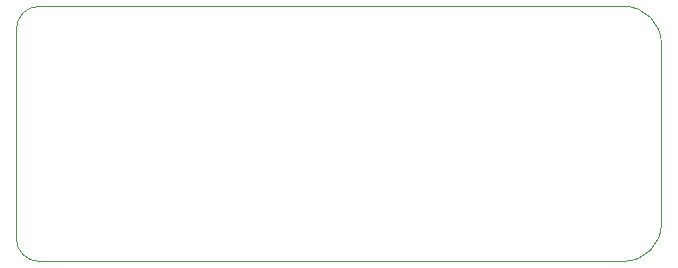
<source format=gbr>
%TF.GenerationSoftware,KiCad,Pcbnew,5.1.9-73d0e3b20d~88~ubuntu20.04.1*%
%TF.CreationDate,2021-03-27T19:40:49+01:00*%
%TF.ProjectId,circledisplay,63697263-6c65-4646-9973-706c61792e6b,rev?*%
%TF.SameCoordinates,Original*%
%TF.FileFunction,Profile,NP*%
%FSLAX46Y46*%
G04 Gerber Fmt 4.6, Leading zero omitted, Abs format (unit mm)*
G04 Created by KiCad (PCBNEW 5.1.9-73d0e3b20d~88~ubuntu20.04.1) date 2021-03-27 19:40:49*
%MOMM*%
%LPD*%
G01*
G04 APERTURE LIST*
%TA.AperFunction,Profile*%
%ADD10C,0.050000*%
%TD*%
G04 APERTURE END LIST*
D10*
X67945000Y-76200000D02*
X67945000Y-58420000D01*
X119380000Y-78105000D02*
X69850000Y-78105000D01*
X122555000Y-59690000D02*
X122555000Y-74930000D01*
X69850000Y-56515000D02*
X119380000Y-56515000D01*
X122555000Y-74930000D02*
G75*
G02*
X119380000Y-78105000I-3175000J0D01*
G01*
X119380000Y-56515000D02*
G75*
G02*
X122555000Y-59690000I0J-3175000D01*
G01*
X69850000Y-78105000D02*
G75*
G02*
X67945000Y-76200000I0J1905000D01*
G01*
X67945000Y-58420000D02*
G75*
G02*
X69850000Y-56515000I1905000J0D01*
G01*
M02*

</source>
